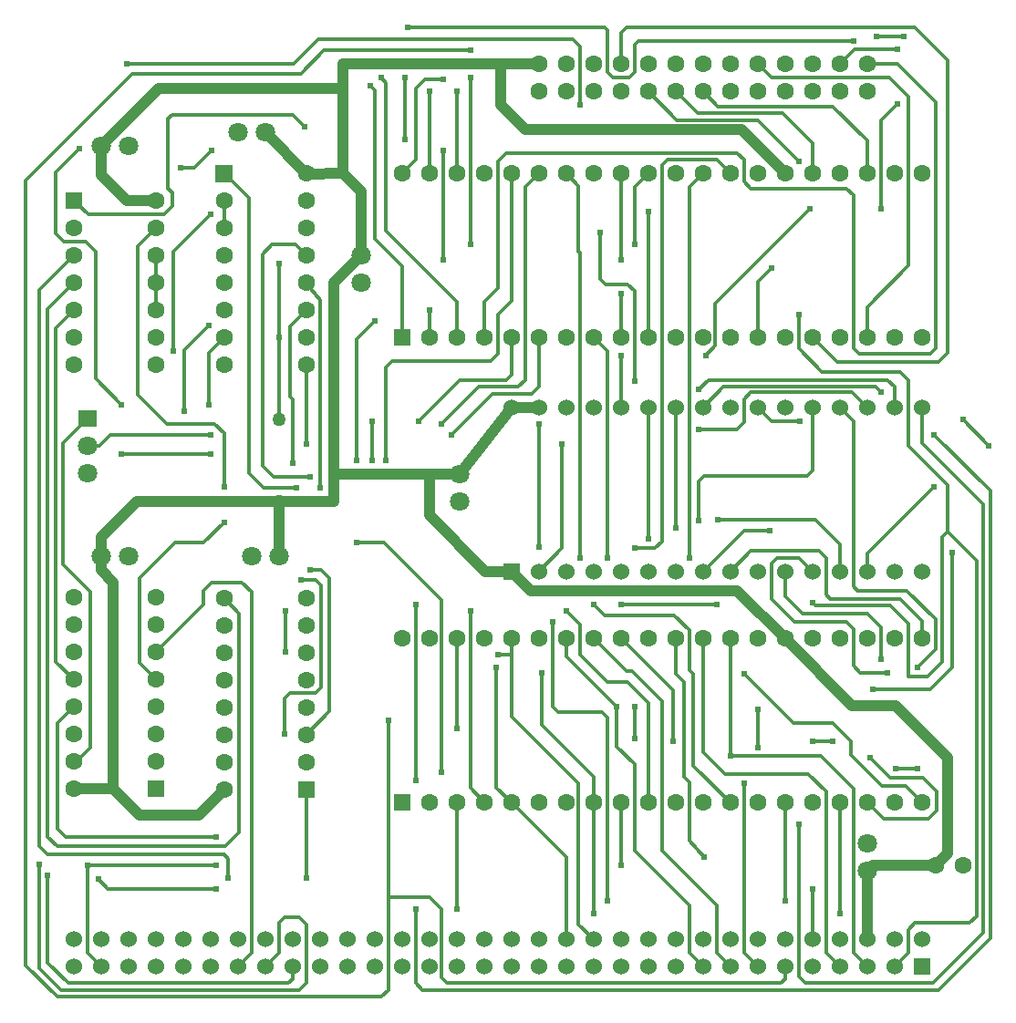
<source format=gbl>
G04 Layer: BottomLayer*
G04 EasyEDA v6.4.7, 2020-09-22T21:54:33+03:00*
G04 a7765446d15b4be3966cb18223edfad2,4ad0dc2c7e0b4634a5fc6f66180d8695,10*
G04 Gerber Generator version 0.2*
G04 Scale: 100 percent, Rotated: No, Reflected: No *
G04 Dimensions in millimeters *
G04 leading zeros omitted , absolute positions ,3 integer and 3 decimal *
%FSLAX33Y33*%
%MOMM*%
G90*
D02*

%ADD11C,0.299999*%
%ADD12C,0.999998*%
%ADD14C,0.609600*%
%ADD15C,1.799996*%
%ADD16R,1.799996X1.574800*%
%ADD17C,1.599997*%
%ADD18R,1.599997X1.599997*%
%ADD19R,1.600200X1.600200*%
%ADD20C,1.600200*%
%ADD21C,1.270000*%
%ADD22R,1.524000X1.524000*%
%ADD23C,1.524000*%

%LPD*%
G54D11*
G01X29210Y71120D02*
G01X28194Y72136D01*
G01X26035Y72136D01*
G01X25146Y71247D01*
G01X25146Y51562D01*
G01X26162Y50546D01*
G01X29591Y50546D01*
G01X28321Y49530D02*
G01X25273Y49530D01*
G01X23876Y50927D01*
G01X23876Y76454D01*
G01X21590Y78740D01*
G54D12*
G01X31750Y50800D02*
G01X31750Y48260D01*
G01X13462Y48260D01*
G01X10160Y44958D01*
G01X10160Y43180D01*
G54D11*
G01X29591Y41910D02*
G01X30607Y41910D01*
G01X31369Y41148D01*
G01X31369Y28829D01*
G01X29210Y26667D01*
G54D12*
G01X73654Y35560D02*
G01X69209Y40005D01*
G01X50038Y40005D01*
G01X48260Y41783D01*
G01X48260Y41783D02*
G01X45847Y41783D01*
G01X40640Y46990D01*
G01X40640Y50800D01*
G01X43434Y50800D01*
G01X40640Y50800D02*
G01X31750Y50800D01*
G01X31750Y68580D01*
G01X34290Y71120D01*
G01X32639Y78740D02*
G01X32639Y88900D01*
G01X50800Y88900D01*
G01X32639Y86641D02*
G01X32611Y86614D01*
G01X15494Y86614D01*
G01X10160Y81280D01*
G54D11*
G01X53340Y7620D02*
G01X53340Y15240D01*
G01X48260Y20320D01*
G01X48260Y20320D02*
G01X46863Y21717D01*
G01X46863Y26035D01*
G01X46863Y32893D01*
G01X35306Y52070D02*
G01X35306Y55753D01*
G01X39624Y55753D02*
G01X43434Y59563D01*
G01X47752Y59563D01*
G01X48260Y60071D01*
G01X48260Y63500D01*
G01X68574Y24643D02*
G01X68574Y24643D01*
G01X68574Y35560D01*
G01X64770Y43053D02*
G01X64770Y77470D01*
G01X66040Y78740D01*
G01X44450Y87630D02*
G01X44450Y77851D01*
G01X44450Y72136D01*
G01X59690Y72136D02*
G01X59690Y77470D01*
G01X60960Y78740D01*
G01X71120Y5080D02*
G01X69850Y6350D01*
G01X69850Y6731D01*
G01X69850Y11811D01*
G01X69850Y21463D01*
G01X69850Y22098D01*
G01X41910Y80899D02*
G01X41910Y70739D01*
G01X58420Y70739D02*
G01X58420Y78740D01*
G01X12573Y88900D02*
G01X22479Y88900D01*
G01X28067Y88900D01*
G01X30353Y91186D01*
G01X31242Y91186D01*
G01X43307Y91186D01*
G01X53975Y91186D01*
G01X54610Y90551D01*
G01X54610Y85090D01*
G01X54610Y43053D02*
G01X54610Y71374D01*
G01X54483Y71501D01*
G01X54483Y77597D01*
G01X53340Y78740D01*
G01X55880Y10033D02*
G01X55880Y20320D01*
G01X57150Y43053D02*
G01X57150Y62230D01*
G01X55880Y63500D01*
G01X58420Y67564D02*
G01X58420Y63500D01*
G01X58420Y20320D02*
G01X58420Y14478D01*
G01X44450Y38100D02*
G01X44450Y21717D01*
G01X45720Y20320D01*
G01X87503Y49657D02*
G01X81280Y43434D01*
G01X81280Y41783D01*
G01X83820Y57023D02*
G01X83820Y58928D01*
G01X83185Y59563D01*
G01X74930Y59563D01*
G01X66548Y59563D01*
G01X65659Y58674D01*
G01X65659Y54991D02*
G01X69215Y54991D01*
G01X69850Y55626D01*
G01X69850Y57785D01*
G01X70485Y58420D01*
G01X79883Y58420D01*
G01X81280Y57023D01*
G01X85979Y23495D02*
G01X83947Y23495D01*
G01X43180Y27178D02*
G01X43180Y35560D01*
G01X65659Y46482D02*
G01X65659Y50165D01*
G01X66167Y50673D01*
G01X75692Y50673D01*
G01X76200Y51181D01*
G01X76200Y57023D01*
G01X67310Y38735D02*
G01X58420Y38735D01*
G01X66040Y41783D02*
G01X69850Y45593D01*
G01X72263Y45593D01*
G01X60960Y57023D02*
G01X60960Y52959D01*
G01X60960Y44831D01*
G01X71120Y28956D02*
G01X71120Y25400D01*
G01X73660Y20320D02*
G01X73660Y11176D01*
G01X63500Y45847D02*
G01X63500Y57023D01*
G01X66040Y57023D02*
G01X67945Y58928D01*
G01X73152Y58928D01*
G01X82042Y58928D01*
G01X82550Y58420D01*
G01X78740Y10033D02*
G01X78740Y20320D01*
G01X76200Y26035D02*
G01X78105Y26035D01*
G01X75057Y55753D02*
G01X72390Y55753D01*
G01X71120Y57023D01*
G01X58420Y57023D02*
G01X58420Y61849D01*
G01X35560Y65024D02*
G01X33909Y63373D01*
G01X33909Y57531D01*
G01X33909Y52070D01*
G54D12*
G01X49814Y57023D02*
G01X50800Y57023D01*
G01X48260Y57023D02*
G01X49735Y57023D01*
G01X43434Y50800D02*
G01X48260Y57023D01*
G54D11*
G01X50800Y41783D02*
G01X52959Y43942D01*
G01X52959Y44069D01*
G01X52959Y50800D01*
G01X52959Y53594D01*
G01X59690Y59436D02*
G01X59690Y67818D01*
G01X59055Y68453D01*
G01X57023Y68453D01*
G01X56515Y68961D01*
G01X56515Y73279D01*
G01X50800Y44069D02*
G01X50800Y51308D01*
G01X50800Y55499D01*
G01X41783Y55499D02*
G01X45212Y58928D01*
G01X48895Y58928D01*
G01X49530Y59563D01*
G01X49530Y77470D01*
G01X50800Y78740D01*
G01X15240Y71120D02*
G01X15240Y66040D01*
G01X40640Y63500D02*
G01X40640Y66040D01*
G01X66294Y61849D02*
G01X67183Y62738D01*
G01X67183Y66675D01*
G01X72771Y72263D01*
G01X75946Y75438D01*
G01X84074Y90297D02*
G01X80137Y90297D01*
G01X78740Y88900D01*
G01X84709Y91440D02*
G01X82169Y91440D01*
G01X40640Y86360D02*
G01X40640Y78740D01*
G01X43180Y86360D02*
G01X43180Y78740D01*
G01X38354Y87630D02*
G01X38354Y81915D01*
G01X72390Y69977D02*
G01X71120Y68707D01*
G01X71120Y63500D01*
G01X60960Y75184D02*
G01X60960Y63500D01*
G01X58420Y88900D02*
G01X58420Y91821D01*
G01X58928Y92329D01*
G01X85725Y92329D01*
G01X88773Y89281D01*
G01X88773Y62103D01*
G01X87884Y61214D01*
G01X78486Y61214D01*
G01X76200Y63500D01*
G01X20320Y74930D02*
G01X16891Y71501D01*
G01X16891Y62230D01*
G01X73660Y5080D02*
G01X73660Y3937D01*
G01X73279Y3556D01*
G01X42291Y3556D01*
G01X41783Y4064D01*
G01X41783Y10414D01*
G01X40640Y11557D01*
G01X36830Y11557D01*
G01X36830Y27940D01*
G01X43180Y20320D02*
G01X43180Y10414D01*
G01X39370Y10414D02*
G01X39370Y3556D01*
G01X40005Y2921D01*
G01X52197Y2921D01*
G01X74422Y2921D01*
G01X87884Y2921D01*
G01X92710Y7747D01*
G01X92710Y10541D01*
G01X92710Y23368D01*
G01X92710Y49276D01*
G01X87503Y54483D01*
G01X17526Y79248D02*
G01X18796Y79248D01*
G01X20447Y80899D01*
G54D12*
G01X81280Y7620D02*
G01X81280Y13970D01*
G54D11*
G01X85090Y70231D02*
G01X81280Y66294D01*
G01X81280Y63500D01*
G01X38608Y92329D02*
G01X56896Y92329D01*
G01X57150Y92075D01*
G01X57150Y88138D01*
G01X57658Y87630D01*
G01X59182Y87630D01*
G01X59690Y88138D01*
G01X59690Y90678D01*
G01X60071Y91059D01*
G01X80010Y91059D01*
G01X50800Y63500D02*
G01X50800Y58928D01*
G01X50165Y58293D01*
G01X46474Y58293D01*
G01X42672Y54483D01*
G01X78740Y41783D02*
G01X78740Y44323D01*
G01X76454Y46609D01*
G01X67437Y46609D01*
G01X81280Y5080D02*
G01X80010Y6350D01*
G01X80010Y21590D01*
G01X76956Y24643D01*
G01X68574Y24643D01*
G01X38100Y63500D02*
G01X38100Y70104D01*
G01X35560Y72644D01*
G01X35560Y86487D01*
G01X35179Y86868D01*
G54D12*
G01X47277Y88900D02*
G01X47244Y88866D01*
G01X47244Y85090D01*
G01X49530Y82804D01*
G01X69596Y82804D01*
G01X73654Y78740D01*
G54D11*
G01X66040Y86360D02*
G01X67437Y84963D01*
G01X78105Y84963D01*
G01X81274Y81793D01*
G01X81274Y78740D01*
G01X63500Y86360D02*
G01X65532Y84328D01*
G01X73406Y84328D01*
G01X76194Y81539D01*
G01X76194Y78740D01*
G01X55880Y20320D02*
G01X55880Y22733D01*
G01X51054Y27559D01*
G01X51054Y32385D01*
G01X63246Y26035D02*
G01X63246Y30734D01*
G01X58420Y35560D01*
G01X59690Y26289D02*
G01X59690Y29210D01*
G01X68580Y5080D02*
G01X67310Y6350D01*
G01X67310Y10795D01*
G01X62230Y15875D01*
G01X62230Y29718D01*
G01X59436Y32512D01*
G01X58928Y32512D01*
G01X55880Y35560D01*
G01X81788Y30861D02*
G01X87122Y30861D01*
G01X89154Y32893D01*
G01X89154Y43561D01*
G01X74930Y18288D02*
G01X74930Y4191D01*
G01X75565Y3556D01*
G01X87376Y3556D01*
G01X92075Y8255D01*
G01X92075Y48006D01*
G01X86360Y53721D01*
G01X86360Y57023D01*
G01X90170Y55880D02*
G01X92583Y53467D01*
G01X83820Y5080D02*
G01X85090Y6350D01*
G01X85090Y8509D01*
G01X85725Y9144D01*
G01X90805Y9144D01*
G01X91440Y9779D01*
G01X91440Y42799D01*
G01X88773Y45466D01*
G01X88773Y49784D01*
G01X85090Y53467D01*
G01X85090Y59563D01*
G01X84328Y60325D01*
G01X77089Y60325D01*
G01X74930Y62484D01*
G01X74930Y65659D01*
G01X39370Y22352D02*
G01X39370Y38735D01*
G01X48260Y34036D02*
G01X46990Y34036D01*
G01X66040Y5080D02*
G01X64770Y6350D01*
G01X64770Y10795D01*
G01X59690Y15875D01*
G01X59690Y23876D01*
G01X58039Y25527D01*
G01X58039Y29210D01*
G01X53340Y33909D01*
G01X53340Y35560D01*
G01X57150Y11176D02*
G01X57150Y28194D01*
G01X56642Y28702D01*
G01X52578Y28702D01*
G01X52070Y29210D01*
G01X52070Y37084D01*
G01X53340Y38100D02*
G01X54610Y36830D01*
G01X54610Y34036D01*
G01X57150Y31496D01*
G01X59055Y31496D01*
G01X60960Y29591D01*
G01X60960Y20320D01*
G01X69850Y32258D02*
G01X74422Y27686D01*
G01X78105Y27686D01*
G01X79756Y26035D01*
G01X79756Y24765D01*
G01X82677Y21844D01*
G01X84836Y21844D01*
G01X86360Y20320D01*
G01X78740Y5080D02*
G01X77470Y6350D01*
G01X77470Y21336D01*
G01X75819Y22987D01*
G01X68072Y22987D01*
G01X66040Y25019D01*
G01X66040Y35560D01*
G01X55880Y7620D02*
G01X54483Y9017D01*
G01X54483Y22098D01*
G01X48260Y28321D01*
G01X48260Y35560D01*
G01X82550Y33655D02*
G01X82550Y36576D01*
G01X81280Y37846D01*
G01X75311Y37846D01*
G01X73660Y39497D01*
G01X73660Y41783D01*
G01X76200Y41783D02*
G01X74930Y43053D01*
G01X72898Y43053D01*
G01X72390Y42545D01*
G01X72390Y39243D01*
G01X74549Y37084D01*
G01X79375Y37084D01*
G01X80010Y36449D01*
G01X80010Y33020D01*
G01X80645Y32385D01*
G01X83185Y32385D01*
G01X78740Y57023D02*
G01X80010Y55753D01*
G01X80010Y40386D01*
G01X80391Y40005D01*
G01X84963Y40005D01*
G01X87630Y37338D01*
G01X87630Y34544D01*
G01X85979Y32893D01*
G01X86354Y35560D02*
G01X86354Y37216D01*
G01X84328Y39243D01*
G01X77851Y39243D01*
G01X77470Y39624D01*
G01X77470Y43053D01*
G01X76835Y43688D01*
G01X70485Y43688D01*
G01X68580Y41783D01*
G01X88773Y45539D02*
G01X88265Y45031D01*
G01X88265Y33401D01*
G01X86868Y32004D01*
G01X85090Y32004D01*
G01X85090Y36957D01*
G01X83439Y38608D01*
G01X76454Y38608D01*
G01X76200Y38862D01*
G01X71120Y88900D02*
G01X72390Y87630D01*
G01X83312Y87630D01*
G01X85090Y85852D01*
G01X85090Y70231D01*
G01X82550Y75438D02*
G01X82550Y83693D01*
G01X84074Y85217D01*
G01X59690Y43942D02*
G01X61595Y43942D01*
G01X62230Y44577D01*
G01X62230Y79502D01*
G01X62738Y80010D01*
G01X67304Y80010D01*
G01X68574Y78740D01*
G54D12*
G01X87630Y14478D02*
G01X88773Y15621D01*
G01X88773Y24511D01*
G01X83947Y29337D01*
G01X79877Y29337D01*
G01X73654Y35560D01*
G54D11*
G01X81534Y24511D02*
G01X83439Y22606D01*
G01X86487Y22606D01*
G01X87757Y21336D01*
G01X87757Y19558D01*
G01X86995Y18796D01*
G01X82804Y18796D01*
G01X81280Y20320D01*
G01X55880Y38735D02*
G01X56896Y37719D01*
G01X63373Y37719D01*
G01X64770Y36322D01*
G01X64770Y32639D01*
G01X65151Y32258D01*
G01X65151Y23749D01*
G01X68580Y20320D01*
G01X66167Y15240D02*
G01X64770Y16764D01*
G01X64770Y22225D01*
G01X64262Y22733D01*
G01X64262Y31496D01*
G01X63500Y32258D01*
G01X63500Y35560D01*
G01X26670Y70358D02*
G01X26670Y55880D01*
G01X36830Y11430D02*
G01X36830Y2921D01*
G01X36195Y2286D01*
G01X6096Y2286D01*
G01X3175Y5207D01*
G01X3175Y78105D01*
G01X13081Y88011D01*
G01X28702Y88011D01*
G01X30861Y90170D01*
G01X44450Y90170D01*
G01X38100Y78740D02*
G01X39370Y80010D01*
G01X39370Y86614D01*
G01X40259Y87503D01*
G01X41910Y87503D01*
G01X36576Y52070D02*
G01X36576Y60706D01*
G01X37211Y61341D01*
G01X46355Y61341D01*
G01X46990Y61976D01*
G01X46990Y65659D01*
G01X48260Y66929D01*
G01X48260Y78740D01*
G01X45720Y63500D02*
G01X45720Y66802D01*
G01X46990Y68072D01*
G01X46990Y79883D01*
G01X47752Y80645D01*
G01X69215Y80645D01*
G01X69850Y80010D01*
G01X69850Y77978D01*
G01X70485Y77343D01*
G01X79375Y77343D01*
G01X80010Y76708D01*
G01X80010Y62484D01*
G01X80518Y61976D01*
G01X87122Y61976D01*
G01X87630Y62484D01*
G01X87630Y85344D01*
G01X84074Y88900D01*
G01X81280Y88900D01*
G01X60960Y86360D02*
G01X63627Y83693D01*
G01X71120Y83693D01*
G01X74930Y79883D01*
G54D12*
G01X11303Y21590D02*
G01X13716Y19177D01*
G01X19215Y19177D01*
G01X21588Y21588D01*
G01X10160Y43180D02*
G01X10160Y41910D01*
G01X11303Y40767D01*
G01X11303Y21590D01*
G01X7620Y21590D01*
G01X10160Y81280D02*
G01X10160Y78613D01*
G01X12573Y76200D01*
G01X15240Y76200D01*
G54D11*
G01X29210Y53594D02*
G01X29210Y60959D01*
G01X29209Y68579D02*
G01X30480Y67052D01*
G01X30480Y60071D01*
G01X30480Y49530D01*
G54D12*
G01X34290Y71120D02*
G01X34290Y77089D01*
G01X32639Y78740D01*
G01X29209Y78739D01*
G01X29209Y78739D02*
G01X25400Y82550D01*
G01X25400Y82550D01*
G54D11*
G01X21593Y76200D02*
G01X21593Y73660D01*
G01X20193Y57277D02*
G01X20193Y62100D01*
G01X21592Y63500D01*
G01X10160Y5080D02*
G01X8890Y6350D01*
G01X8890Y11557D01*
G01X8890Y14478D01*
G01X20828Y14478D02*
G01X8890Y14478D01*
G01X20828Y17145D02*
G01X6858Y17145D01*
G01X6096Y17907D01*
G01X6096Y27686D01*
G01X7620Y29210D01*
G01X29210Y13335D02*
G01X29210Y21587D01*
G01X29209Y21588D01*
G01X29083Y83058D02*
G01X27940Y84201D01*
G01X16764Y84201D01*
G01X16383Y83820D01*
G01X16383Y77343D01*
G01X16764Y76962D01*
G01X16764Y75692D01*
G01X16002Y74930D01*
G01X9017Y74930D01*
G01X7620Y76200D01*
G01X28702Y41021D02*
G01X30099Y41021D01*
G01X30607Y40513D01*
G01X30607Y30988D01*
G01X30099Y30480D01*
G01X27686Y30480D01*
G01X27178Y29972D01*
G01X27178Y26670D01*
G01X7620Y24130D02*
G01X7874Y24130D01*
G01X9144Y25400D01*
G01X9144Y39878D01*
G01X6604Y42418D01*
G01X6604Y53721D01*
G01X8890Y56007D01*
G01X8890Y53467D02*
G01X10033Y53467D01*
G01X11049Y54483D01*
G01X20320Y54483D01*
G54D12*
G01X81280Y13970D02*
G01X81788Y14478D01*
G01X87630Y14478D01*
G54D11*
G01X20828Y12319D02*
G01X10795Y12319D01*
G01X9906Y13208D01*
G01X27940Y5080D02*
G01X27940Y3937D01*
G01X27559Y3556D01*
G01X7112Y3556D01*
G01X5207Y5461D01*
G01X5207Y13589D01*
G01X25400Y5080D02*
G01X26670Y6350D01*
G01X26670Y9144D01*
G01X27178Y9652D01*
G01X28575Y9652D01*
G01X29210Y9017D01*
G01X29210Y3556D01*
G01X28575Y2921D01*
G01X6477Y2921D01*
G01X4445Y4953D01*
G01X4445Y14605D01*
G01X76200Y7620D02*
G01X76200Y12319D01*
G01X27288Y38100D02*
G01X27305Y38083D01*
G01X27305Y34290D01*
G01X20320Y52705D02*
G01X12065Y52705D01*
G54D12*
G01X26670Y48260D02*
G01X26670Y46228D01*
G01X26670Y43180D01*
G54D11*
G01X22860Y5080D02*
G01X24130Y6350D01*
G01X24130Y39878D01*
G01X23241Y40767D01*
G01X20447Y40767D01*
G01X19685Y40005D01*
G01X19685Y38735D01*
G01X15240Y34290D01*
G01X21590Y46355D02*
G01X19685Y44450D01*
G01X17018Y44450D01*
G01X13716Y41148D01*
G01X13716Y33274D01*
G01X15240Y31750D01*
G01X7620Y66040D02*
G01X5969Y64389D01*
G01X5969Y33401D01*
G01X7620Y31750D01*
G01X7620Y68580D02*
G01X5207Y66167D01*
G01X5207Y17145D01*
G01X6096Y16256D01*
G01X21717Y16256D01*
G01X22987Y17526D01*
G01X22987Y37884D01*
G01X21590Y39367D01*
G01X21971Y13335D02*
G01X21971Y15113D01*
G01X21590Y15494D01*
G01X5207Y15494D01*
G01X4445Y16256D01*
G01X4445Y67945D01*
G01X7620Y71120D01*
G01X33909Y44450D02*
G01X36449Y44450D01*
G01X41783Y39116D01*
G01X41783Y23114D01*
G01X12065Y57277D02*
G01X9652Y59690D01*
G01X9652Y71501D01*
G01X8763Y72390D01*
G01X6731Y72390D01*
G01X5969Y73152D01*
G01X5969Y78867D01*
G01X8128Y81026D01*
G01X15240Y73660D02*
G01X13589Y72009D01*
G01X13589Y58166D01*
G01X16256Y55499D01*
G01X20701Y55499D01*
G01X21590Y54610D01*
G01X21590Y49657D01*
G01X29210Y66040D02*
G01X27686Y64516D01*
G01X27686Y58039D01*
G01X27940Y57785D01*
G01X27940Y51816D01*
G01X17907Y56642D02*
G01X17907Y62357D01*
G01X20193Y64643D01*
G01X43180Y63500D02*
G01X43180Y66802D01*
G01X36576Y73406D01*
G01X36576Y87122D01*
G01X36195Y87630D01*
G54D15*
G01X8890Y50927D03*
G01X8890Y53467D03*
G54D16*
G01X8890Y56007D03*
G54D17*
G01X38100Y78740D03*
G01X40640Y78740D03*
G01X43180Y78740D03*
G01X45720Y78740D03*
G01X48260Y78740D03*
G01X50800Y78740D03*
G01X53340Y78740D03*
G01X55880Y78740D03*
G01X58420Y78740D03*
G01X60960Y78740D03*
G01X63500Y78740D03*
G01X66040Y78740D03*
G01X68574Y78740D03*
G01X71114Y78740D03*
G01X73654Y78740D03*
G01X76194Y78740D03*
G01X78734Y78740D03*
G01X81274Y78740D03*
G01X83816Y78740D03*
G01X86354Y78740D03*
G01X86360Y63500D03*
G01X83820Y63500D03*
G01X81280Y63500D03*
G01X78740Y63500D03*
G01X76200Y63500D03*
G01X73660Y63500D03*
G01X71120Y63500D03*
G01X68580Y63500D03*
G01X66040Y63500D03*
G01X63500Y63500D03*
G01X60960Y63500D03*
G01X58420Y63500D03*
G01X55880Y63500D03*
G01X53340Y63500D03*
G01X50800Y63500D03*
G01X48260Y63500D03*
G01X45720Y63500D03*
G01X43180Y63500D03*
G01X40640Y63500D03*
G54D18*
G01X38100Y63500D03*
G54D17*
G01X7618Y21590D03*
G01X7618Y24130D03*
G01X7618Y26670D03*
G01X7618Y29210D03*
G01X7618Y31750D03*
G01X7618Y34290D03*
G01X7618Y36830D03*
G01X7618Y39370D03*
G01X15238Y39370D03*
G01X15238Y36830D03*
G01X15238Y34290D03*
G01X15238Y31750D03*
G01X15238Y29210D03*
G01X15238Y26670D03*
G01X15238Y24130D03*
G54D18*
G01X15238Y21590D03*
G54D17*
G01X21588Y21588D03*
G01X21588Y24128D03*
G01X21588Y26668D03*
G01X21588Y29208D03*
G01X21588Y31748D03*
G01X21588Y34288D03*
G01X21588Y36828D03*
G01X21588Y39368D03*
G01X29208Y39368D03*
G01X29208Y36828D03*
G01X29208Y34288D03*
G01X29208Y31748D03*
G01X29208Y29208D03*
G01X29208Y26668D03*
G01X29208Y24128D03*
G54D18*
G01X29208Y21588D03*
G54D17*
G01X29210Y78740D03*
G01X29210Y76200D03*
G01X29210Y73660D03*
G01X29210Y71120D03*
G01X29210Y68580D03*
G01X29210Y66040D03*
G01X29210Y63500D03*
G01X29210Y60960D03*
G01X21590Y60960D03*
G01X21590Y63500D03*
G01X21590Y66040D03*
G01X21590Y68580D03*
G01X21590Y71120D03*
G01X21590Y73660D03*
G01X21590Y76200D03*
G36*
G01X20790Y79539D02*
G01X22389Y79539D01*
G01X22389Y77940D01*
G01X20790Y77940D01*
G01X20790Y79539D01*
G37*
G54D19*
G01X7620Y76200D03*
G54D20*
G01X7620Y73660D03*
G01X7620Y66040D03*
G01X7620Y63500D03*
G01X7620Y71120D03*
G01X7620Y68580D03*
G01X7620Y60960D03*
G01X15240Y60960D03*
G01X15240Y63500D03*
G01X15240Y66040D03*
G01X15240Y68580D03*
G01X15240Y71120D03*
G01X15240Y73660D03*
G01X15240Y76200D03*
G54D17*
G01X38100Y35560D03*
G01X40640Y35560D03*
G01X43180Y35560D03*
G01X45720Y35560D03*
G01X48260Y35560D03*
G01X50800Y35560D03*
G01X53340Y35560D03*
G01X55880Y35560D03*
G01X58420Y35560D03*
G01X60960Y35560D03*
G01X63500Y35560D03*
G01X66040Y35560D03*
G01X68574Y35560D03*
G01X71114Y35560D03*
G01X73654Y35560D03*
G01X76194Y35560D03*
G01X78734Y35560D03*
G01X81274Y35560D03*
G01X83816Y35560D03*
G01X86354Y35560D03*
G01X86360Y20320D03*
G01X83820Y20320D03*
G01X81280Y20320D03*
G01X78740Y20320D03*
G01X76200Y20320D03*
G01X73660Y20320D03*
G01X71120Y20320D03*
G01X68580Y20320D03*
G01X66040Y20320D03*
G01X63500Y20320D03*
G01X60960Y20320D03*
G01X58420Y20320D03*
G01X55880Y20320D03*
G01X53340Y20320D03*
G01X50800Y20320D03*
G01X48260Y20320D03*
G01X45720Y20320D03*
G01X43180Y20320D03*
G01X40640Y20320D03*
G54D18*
G01X38100Y20320D03*
G54D21*
G01X26670Y55880D03*
G01X26670Y48260D03*
G54D15*
G01X12700Y81280D03*
G01X10160Y81280D03*
G01X22860Y82550D03*
G01X25400Y82550D03*
G01X43434Y48260D03*
G01X43434Y50800D03*
G01X12700Y43180D03*
G01X10160Y43180D03*
G01X24130Y43180D03*
G01X26670Y43180D03*
G01X81280Y16510D03*
G01X81280Y13970D03*
G54D22*
G01X86360Y5080D03*
G54D23*
G01X83820Y5080D03*
G01X81280Y5080D03*
G01X78740Y5080D03*
G01X76200Y5080D03*
G01X73660Y5080D03*
G01X71120Y5080D03*
G01X68580Y5080D03*
G01X66040Y5080D03*
G01X63500Y5080D03*
G01X60960Y5080D03*
G01X58420Y5080D03*
G01X55880Y5080D03*
G01X53340Y5080D03*
G01X50800Y5080D03*
G01X48260Y5080D03*
G01X45720Y5080D03*
G01X43180Y5080D03*
G01X40640Y5080D03*
G01X38100Y5080D03*
G01X35560Y5080D03*
G01X33020Y5080D03*
G01X30480Y5080D03*
G01X27940Y5080D03*
G01X25400Y5080D03*
G01X22860Y5080D03*
G01X20320Y5080D03*
G01X17780Y5080D03*
G01X15240Y5080D03*
G01X12700Y5080D03*
G01X10160Y5080D03*
G01X7620Y5080D03*
G01X86360Y7620D03*
G01X83820Y7620D03*
G01X81280Y7620D03*
G01X78740Y7620D03*
G01X76200Y7620D03*
G01X73660Y7620D03*
G01X71120Y7620D03*
G01X68580Y7620D03*
G01X66040Y7620D03*
G01X63500Y7620D03*
G01X60960Y7620D03*
G01X58420Y7620D03*
G01X55880Y7620D03*
G01X53340Y7620D03*
G01X50800Y7620D03*
G01X48260Y7620D03*
G01X45720Y7620D03*
G01X43180Y7620D03*
G01X40640Y7620D03*
G01X38100Y7620D03*
G01X35560Y7620D03*
G01X33020Y7620D03*
G01X30480Y7620D03*
G01X27940Y7620D03*
G01X25400Y7620D03*
G01X22860Y7620D03*
G01X20320Y7620D03*
G01X17780Y7620D03*
G01X15240Y7620D03*
G01X12700Y7620D03*
G01X10160Y7620D03*
G01X7620Y7620D03*
G54D17*
G01X50800Y86360D03*
G01X50800Y88900D03*
G01X53340Y86360D03*
G01X53340Y88900D03*
G01X55880Y86360D03*
G01X55880Y88900D03*
G01X58420Y86360D03*
G01X58420Y88900D03*
G01X60960Y86360D03*
G01X60960Y88900D03*
G01X63500Y86360D03*
G01X63500Y88900D03*
G01X66040Y86360D03*
G01X66040Y88900D03*
G01X68580Y86360D03*
G01X68580Y88900D03*
G01X71120Y86360D03*
G01X71120Y88900D03*
G01X73660Y86360D03*
G01X73660Y88900D03*
G01X76200Y86360D03*
G01X76200Y88900D03*
G01X78740Y86360D03*
G01X78740Y88900D03*
G01X81280Y86360D03*
G01X81280Y88900D03*
G01X87630Y14478D03*
G01X90170Y14478D03*
G54D22*
G01X48260Y41783D03*
G54D23*
G01X50800Y41783D03*
G01X53340Y41783D03*
G01X55880Y41783D03*
G01X58420Y41783D03*
G01X60960Y41783D03*
G01X63500Y41783D03*
G01X66040Y41783D03*
G01X68580Y41783D03*
G01X71120Y41783D03*
G01X73660Y41783D03*
G01X76200Y41783D03*
G01X78740Y41783D03*
G01X81280Y41783D03*
G01X83820Y41783D03*
G01X86360Y41783D03*
G01X86360Y57023D03*
G01X83820Y57023D03*
G01X81280Y57023D03*
G01X78740Y57023D03*
G01X76200Y57023D03*
G01X73660Y57023D03*
G01X71120Y57023D03*
G01X68580Y57023D03*
G01X66040Y57023D03*
G01X63500Y57023D03*
G01X60960Y57023D03*
G01X58420Y57023D03*
G01X55880Y57023D03*
G01X53340Y57023D03*
G01X50800Y57023D03*
G01X48260Y57023D03*
G54D15*
G01X34290Y68580D03*
G01X34290Y71120D03*
G54D14*
G01X12065Y57277D03*
G01X9906Y13208D03*
G01X20828Y12319D03*
G01X76200Y12319D03*
G01X8128Y81026D03*
G01X74930Y79883D03*
G01X60960Y75184D03*
G01X72390Y69977D03*
G01X38354Y81915D03*
G01X38354Y87630D03*
G01X43180Y86360D03*
G01X41910Y87503D03*
G01X40640Y86360D03*
G01X82169Y91440D03*
G01X84709Y91440D03*
G01X36195Y87630D03*
G01X84074Y90297D03*
G01X84074Y85217D03*
G01X82550Y75438D03*
G01X75946Y75438D03*
G01X66294Y61849D03*
G01X40640Y66040D03*
G01X80010Y91059D03*
G01X38608Y92329D03*
G01X35179Y86868D03*
G01X27178Y26670D03*
G01X28702Y41021D03*
G01X28321Y49530D03*
G01X30480Y49530D03*
G01X27940Y51816D03*
G01X26670Y63500D03*
G01X26670Y70358D03*
G01X29591Y41910D03*
G01X21590Y46355D03*
G01X21590Y49657D03*
G01X29083Y83058D03*
G01X41783Y55499D03*
G01X50800Y55499D03*
G01X50800Y44069D03*
G01X20320Y54483D03*
G01X42672Y54483D03*
G01X20828Y17145D03*
G01X56515Y73279D03*
G01X59690Y59436D03*
G01X20193Y57277D03*
G01X29210Y53594D03*
G01X52959Y53594D03*
G01X55880Y38735D03*
G01X53340Y38100D03*
G01X39370Y38735D03*
G01X39370Y22352D03*
G01X41783Y23114D03*
G01X33909Y44450D03*
G01X33909Y52070D03*
G01X35560Y65024D03*
G01X58420Y61849D03*
G01X75057Y55753D03*
G01X89154Y43561D03*
G01X81788Y30861D03*
G01X78105Y26035D03*
G01X76200Y26035D03*
G01X78740Y10033D03*
G01X92583Y53467D03*
G01X90170Y55880D03*
G01X82550Y58420D03*
G01X63500Y45847D03*
G01X52070Y37084D03*
G01X57150Y11176D03*
G01X73660Y11176D03*
G01X71120Y25400D03*
G01X71120Y28956D03*
G01X60960Y44831D03*
G01X72263Y45593D03*
G01X58420Y38735D03*
G01X67310Y38735D03*
G01X69850Y32258D03*
G01X82550Y33655D03*
G01X81534Y24511D03*
G01X83185Y32385D03*
G01X65659Y46482D03*
G01X43180Y27178D03*
G01X83947Y23495D03*
G01X85979Y23495D03*
G01X85979Y32893D03*
G01X65659Y54991D03*
G01X65659Y58674D03*
G01X74930Y18288D03*
G01X87503Y49657D03*
G01X87503Y54483D03*
G01X39370Y10414D03*
G01X43180Y10414D03*
G01X44450Y38100D03*
G01X67437Y46609D03*
G01X68574Y24643D03*
G01X20828Y14478D03*
G01X58420Y14478D03*
G01X58420Y67564D03*
G01X20193Y64643D03*
G01X17907Y56642D03*
G01X8890Y14478D03*
G01X57150Y43053D03*
G01X51054Y32385D03*
G01X55880Y10033D03*
G01X4445Y14605D03*
G01X5207Y13589D03*
G01X54610Y43053D03*
G01X58039Y29210D03*
G01X54610Y85090D03*
G01X12573Y88900D03*
G01X58420Y70739D03*
G01X41910Y70739D03*
G01X41910Y80899D03*
G01X20447Y80899D03*
G01X17526Y79248D03*
G01X63246Y26035D03*
G01X69850Y22098D03*
G01X59690Y72136D03*
G01X44450Y72136D03*
G01X44450Y87630D03*
G01X44450Y90170D03*
G01X36830Y27940D03*
G01X66167Y15240D03*
G01X64770Y43053D03*
G01X59690Y43942D03*
G01X59690Y29210D03*
G01X59690Y26289D03*
G01X76200Y38862D03*
G01X74930Y65659D03*
G01X39624Y55753D03*
G01X35306Y55753D03*
G01X35306Y52070D03*
G01X46863Y32893D03*
G01X16891Y62230D03*
G01X20320Y74930D03*
G01X36576Y52070D03*
G01X46990Y34036D03*
G01X29210Y13335D03*
G01X21971Y13335D03*
G01X27288Y38100D03*
G01X27305Y34290D03*
G01X20320Y52705D03*
G01X12065Y52705D03*
G01X29591Y50546D03*
M00*
M02*

</source>
